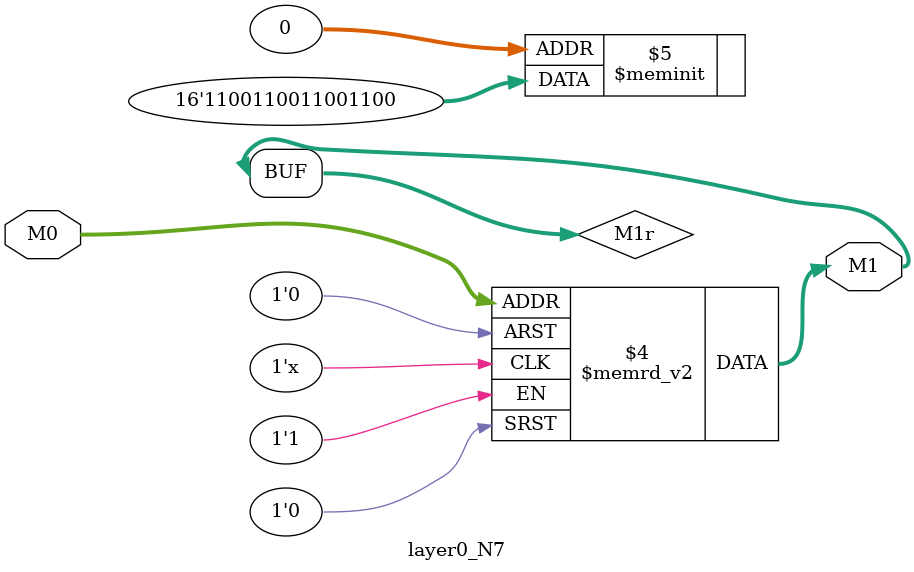
<source format=v>
module layer0_N7 ( input [2:0] M0, output [1:0] M1 );

	(*rom_style = "distributed" *) reg [1:0] M1r;
	assign M1 = M1r;
	always @ (M0) begin
		case (M0)
			3'b000: M1r = 2'b00;
			3'b100: M1r = 2'b00;
			3'b010: M1r = 2'b00;
			3'b110: M1r = 2'b00;
			3'b001: M1r = 2'b11;
			3'b101: M1r = 2'b11;
			3'b011: M1r = 2'b11;
			3'b111: M1r = 2'b11;

		endcase
	end
endmodule

</source>
